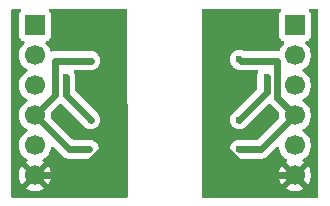
<source format=gbr>
%TF.GenerationSoftware,KiCad,Pcbnew,9.0.6-9.0.6~ubuntu22.04.1*%
%TF.CreationDate,2026-02-12T12:00:21+09:00*%
%TF.ProjectId,usb_typec_serial_insulation_adum1412,7573625f-7479-4706-9563-5f7365726961,V1.0*%
%TF.SameCoordinates,Original*%
%TF.FileFunction,Copper,L2,Bot*%
%TF.FilePolarity,Positive*%
%FSLAX46Y46*%
G04 Gerber Fmt 4.6, Leading zero omitted, Abs format (unit mm)*
G04 Created by KiCad (PCBNEW 9.0.6-9.0.6~ubuntu22.04.1) date 2026-02-12 12:00:21*
%MOMM*%
%LPD*%
G01*
G04 APERTURE LIST*
%TA.AperFunction,ComponentPad*%
%ADD10R,1.700000X1.700000*%
%TD*%
%TA.AperFunction,ComponentPad*%
%ADD11C,1.700000*%
%TD*%
%TA.AperFunction,ViaPad*%
%ADD12C,0.600000*%
%TD*%
%TA.AperFunction,Conductor*%
%ADD13C,0.600000*%
%TD*%
G04 APERTURE END LIST*
D10*
%TO.P,J2,1,Pin_1*%
%TO.N,Net-(J2-Pin_1)*%
X130500000Y-90920000D03*
D11*
%TO.P,J2,2,Pin_2*%
%TO.N,Net-(J2-Pin_2)*%
X130500000Y-93460000D03*
%TO.P,J2,3,Pin_3*%
%TO.N,Net-(J2-Pin_3)*%
X130500000Y-96000000D03*
%TO.P,J2,4,Pin_4*%
%TO.N,VCC2*%
X130500000Y-98540000D03*
%TO.P,J2,5,Pin_5*%
%TO.N,Net-(J2-Pin_5)*%
X130500000Y-101080000D03*
%TO.P,J2,6,Pin_6*%
%TO.N,GND2*%
X130500000Y-103620000D03*
%TD*%
D10*
%TO.P,J1,1,Pin_1*%
%TO.N,Net-(J1-Pin_1)*%
X152500000Y-90920000D03*
D11*
%TO.P,J1,2,Pin_2*%
%TO.N,Net-(J1-Pin_2)*%
X152500000Y-93460000D03*
%TO.P,J1,3,Pin_3*%
%TO.N,Net-(J1-Pin_3)*%
X152500000Y-96000000D03*
%TO.P,J1,4,Pin_4*%
%TO.N,VCC1*%
X152500000Y-98540000D03*
%TO.P,J1,5,Pin_5*%
%TO.N,Net-(J1-Pin_5)*%
X152500000Y-101080000D03*
%TO.P,J1,6,Pin_6*%
%TO.N,GND1*%
X152500000Y-103620000D03*
%TD*%
D12*
%TO.N,GND1*%
X146200000Y-91600000D03*
%TO.N,GND2*%
X136800000Y-91600000D03*
%TO.N,Net-(J2-Pin_2)*%
X135200000Y-98900000D03*
X133100000Y-95300000D03*
%TO.N,Net-(J1-Pin_2)*%
X147800000Y-98900000D03*
X150100000Y-95300000D03*
%TO.N,VCC1*%
X147800000Y-93800000D03*
%TO.N,VCC2*%
X135200000Y-93900000D03*
X135100000Y-101400000D03*
%TO.N,VCC1*%
X147800000Y-101400000D03*
%TD*%
D13*
%TO.N,GND1*%
X146200000Y-100932785D02*
X146200000Y-91600000D01*
X148887215Y-103620000D02*
X146200000Y-100932785D01*
X152500000Y-103620000D02*
X148887215Y-103620000D01*
%TO.N,GND2*%
X136800000Y-100832785D02*
X136800000Y-91600000D01*
X134012785Y-103620000D02*
X136800000Y-100832785D01*
X130500000Y-103620000D02*
X134012785Y-103620000D01*
%TO.N,Net-(J2-Pin_2)*%
X133100000Y-96800000D02*
X135200000Y-98900000D01*
X133100000Y-95300000D02*
X133100000Y-96800000D01*
%TO.N,Net-(J1-Pin_2)*%
X150100000Y-96600000D02*
X147800000Y-98900000D01*
X150100000Y-95300000D02*
X150100000Y-96600000D01*
%TO.N,VCC1*%
X147900000Y-93900000D02*
X147800000Y-93800000D01*
X151000000Y-93900000D02*
X147900000Y-93900000D01*
X152500000Y-98540000D02*
X151000000Y-97040000D01*
X151000000Y-97040000D02*
X151000000Y-93900000D01*
%TO.N,VCC2*%
X132200000Y-93900000D02*
X135200000Y-93900000D01*
X130500000Y-98540000D02*
X132200000Y-96840000D01*
X132200000Y-96840000D02*
X132200000Y-93900000D01*
X135100000Y-101400000D02*
X133360000Y-101400000D01*
X133360000Y-101400000D02*
X130500000Y-98540000D01*
%TO.N,VCC1*%
X147800000Y-101400000D02*
X149640000Y-101400000D01*
X149640000Y-101400000D02*
X152500000Y-98540000D01*
%TD*%
%TA.AperFunction,Conductor*%
%TO.N,GND2*%
G36*
X129272085Y-89520185D02*
G01*
X129317840Y-89572989D01*
X129327784Y-89642147D01*
X129298759Y-89705703D01*
X129292727Y-89712181D01*
X129292452Y-89712455D01*
X129206206Y-89827664D01*
X129206202Y-89827671D01*
X129155908Y-89962517D01*
X129149501Y-90022116D01*
X129149501Y-90022123D01*
X129149500Y-90022135D01*
X129149500Y-91817870D01*
X129149501Y-91817876D01*
X129155908Y-91877483D01*
X129206202Y-92012328D01*
X129206206Y-92012335D01*
X129292452Y-92127544D01*
X129292455Y-92127547D01*
X129407664Y-92213793D01*
X129407671Y-92213797D01*
X129539082Y-92262810D01*
X129595016Y-92304681D01*
X129619433Y-92370145D01*
X129604582Y-92438418D01*
X129583431Y-92466673D01*
X129469889Y-92580215D01*
X129344951Y-92752179D01*
X129248444Y-92941585D01*
X129182753Y-93143760D01*
X129161458Y-93278211D01*
X129149500Y-93353713D01*
X129149500Y-93566287D01*
X129182754Y-93776243D01*
X129197346Y-93821153D01*
X129248444Y-93978414D01*
X129344951Y-94167820D01*
X129469890Y-94339786D01*
X129620213Y-94490109D01*
X129792182Y-94615050D01*
X129800946Y-94619516D01*
X129851742Y-94667491D01*
X129868536Y-94735312D01*
X129845998Y-94801447D01*
X129800946Y-94840484D01*
X129792182Y-94844949D01*
X129620213Y-94969890D01*
X129469890Y-95120213D01*
X129344951Y-95292179D01*
X129248444Y-95481585D01*
X129182753Y-95683760D01*
X129149500Y-95893713D01*
X129149500Y-96106287D01*
X129182754Y-96316243D01*
X129232200Y-96468422D01*
X129248444Y-96518414D01*
X129344951Y-96707820D01*
X129469890Y-96879786D01*
X129620213Y-97030109D01*
X129792182Y-97155050D01*
X129800946Y-97159516D01*
X129851742Y-97207491D01*
X129868536Y-97275312D01*
X129845998Y-97341447D01*
X129800946Y-97380484D01*
X129792182Y-97384949D01*
X129620213Y-97509890D01*
X129469890Y-97660213D01*
X129344951Y-97832179D01*
X129248444Y-98021585D01*
X129182753Y-98223760D01*
X129149500Y-98433713D01*
X129149500Y-98646286D01*
X129177196Y-98821155D01*
X129182754Y-98856243D01*
X129222590Y-98978846D01*
X129248444Y-99058414D01*
X129344951Y-99247820D01*
X129469890Y-99419786D01*
X129620213Y-99570109D01*
X129792182Y-99695050D01*
X129800946Y-99699516D01*
X129851742Y-99747491D01*
X129868536Y-99815312D01*
X129845998Y-99881447D01*
X129800946Y-99920484D01*
X129792182Y-99924949D01*
X129620213Y-100049890D01*
X129469890Y-100200213D01*
X129344951Y-100372179D01*
X129248444Y-100561585D01*
X129182753Y-100763760D01*
X129149500Y-100973713D01*
X129149500Y-101186286D01*
X129182753Y-101396239D01*
X129182753Y-101396241D01*
X129182754Y-101396243D01*
X129209593Y-101478846D01*
X129248444Y-101598414D01*
X129344951Y-101787820D01*
X129469890Y-101959786D01*
X129620213Y-102110109D01*
X129792179Y-102235048D01*
X129792181Y-102235049D01*
X129792184Y-102235051D01*
X129801493Y-102239794D01*
X129852290Y-102287766D01*
X129869087Y-102355587D01*
X129846552Y-102421722D01*
X129801505Y-102460760D01*
X129792446Y-102465376D01*
X129792440Y-102465380D01*
X129738282Y-102504727D01*
X129738282Y-102504728D01*
X130370591Y-103137037D01*
X130307007Y-103154075D01*
X130192993Y-103219901D01*
X130099901Y-103312993D01*
X130034075Y-103427007D01*
X130017037Y-103490591D01*
X129384728Y-102858282D01*
X129384727Y-102858282D01*
X129345380Y-102912439D01*
X129248904Y-103101782D01*
X129183242Y-103303869D01*
X129183242Y-103303872D01*
X129150000Y-103513753D01*
X129150000Y-103726246D01*
X129183242Y-103936127D01*
X129183242Y-103936130D01*
X129248904Y-104138217D01*
X129345375Y-104327550D01*
X129384728Y-104381716D01*
X130017037Y-103749408D01*
X130034075Y-103812993D01*
X130099901Y-103927007D01*
X130192993Y-104020099D01*
X130307007Y-104085925D01*
X130370590Y-104102962D01*
X129738282Y-104735269D01*
X129738282Y-104735270D01*
X129792449Y-104774624D01*
X129981782Y-104871095D01*
X130183870Y-104936757D01*
X130393754Y-104970000D01*
X130606246Y-104970000D01*
X130816127Y-104936757D01*
X130816130Y-104936757D01*
X131018217Y-104871095D01*
X131207554Y-104774622D01*
X131261716Y-104735270D01*
X131261717Y-104735270D01*
X130629408Y-104102962D01*
X130692993Y-104085925D01*
X130807007Y-104020099D01*
X130900099Y-103927007D01*
X130965925Y-103812993D01*
X130982962Y-103749408D01*
X131615270Y-104381717D01*
X131615270Y-104381716D01*
X131654622Y-104327554D01*
X131751095Y-104138217D01*
X131816757Y-103936130D01*
X131816757Y-103936127D01*
X131850000Y-103726246D01*
X131850000Y-103513753D01*
X131816757Y-103303872D01*
X131816757Y-103303869D01*
X131751095Y-103101782D01*
X131654624Y-102912449D01*
X131615270Y-102858282D01*
X131615269Y-102858282D01*
X130982962Y-103490590D01*
X130965925Y-103427007D01*
X130900099Y-103312993D01*
X130807007Y-103219901D01*
X130692993Y-103154075D01*
X130629409Y-103137037D01*
X131261716Y-102504728D01*
X131207547Y-102465373D01*
X131207547Y-102465372D01*
X131198500Y-102460763D01*
X131147706Y-102412788D01*
X131130912Y-102344966D01*
X131153451Y-102278832D01*
X131198508Y-102239793D01*
X131207816Y-102235051D01*
X131297716Y-102169735D01*
X131379786Y-102110109D01*
X131379788Y-102110106D01*
X131379792Y-102110104D01*
X131530104Y-101959792D01*
X131530106Y-101959788D01*
X131530109Y-101959786D01*
X131655048Y-101787820D01*
X131655047Y-101787820D01*
X131655051Y-101787816D01*
X131751557Y-101598412D01*
X131817246Y-101396243D01*
X131834813Y-101285326D01*
X131864742Y-101222194D01*
X131924053Y-101185262D01*
X131993916Y-101186260D01*
X132044967Y-101217045D01*
X132849707Y-102021786D01*
X132849711Y-102021789D01*
X132980814Y-102109390D01*
X132980827Y-102109397D01*
X133126498Y-102169735D01*
X133126503Y-102169737D01*
X133281153Y-102200499D01*
X133281156Y-102200500D01*
X133281158Y-102200500D01*
X135178844Y-102200500D01*
X135178845Y-102200499D01*
X135333497Y-102169737D01*
X135479179Y-102109394D01*
X135610289Y-102021789D01*
X135721789Y-101910289D01*
X135809394Y-101779179D01*
X135869737Y-101633497D01*
X135900500Y-101478842D01*
X135900500Y-101321158D01*
X135900500Y-101321155D01*
X135900499Y-101321153D01*
X135893373Y-101285328D01*
X135869737Y-101166503D01*
X135810122Y-101022578D01*
X135809397Y-101020827D01*
X135809390Y-101020814D01*
X135721789Y-100889711D01*
X135721786Y-100889707D01*
X135610292Y-100778213D01*
X135610288Y-100778210D01*
X135479185Y-100690609D01*
X135479172Y-100690602D01*
X135333501Y-100630264D01*
X135333489Y-100630261D01*
X135178845Y-100599500D01*
X135178842Y-100599500D01*
X133742940Y-100599500D01*
X133675901Y-100579815D01*
X133655259Y-100563181D01*
X131879843Y-98787765D01*
X131846358Y-98726442D01*
X131845051Y-98680687D01*
X131850500Y-98646287D01*
X131850500Y-98433713D01*
X131845051Y-98399312D01*
X131854005Y-98330020D01*
X131879840Y-98292236D01*
X132582322Y-97589755D01*
X132643641Y-97556273D01*
X132713333Y-97561257D01*
X132757680Y-97589758D01*
X134578211Y-99410289D01*
X134689711Y-99521789D01*
X134820821Y-99609394D01*
X134923833Y-99652062D01*
X134966502Y-99669737D01*
X135093758Y-99695050D01*
X135121152Y-99700499D01*
X135121155Y-99700500D01*
X135121157Y-99700500D01*
X135278844Y-99700500D01*
X135278845Y-99700499D01*
X135433497Y-99669737D01*
X135579179Y-99609394D01*
X135710289Y-99521789D01*
X135821789Y-99410289D01*
X135909394Y-99279179D01*
X135969737Y-99133497D01*
X136000500Y-98978842D01*
X136000500Y-98821158D01*
X136000500Y-98821155D01*
X136000499Y-98821153D01*
X135969738Y-98666509D01*
X135969737Y-98666503D01*
X135961363Y-98646287D01*
X135938824Y-98591873D01*
X135909394Y-98520821D01*
X135821789Y-98389711D01*
X135710289Y-98278211D01*
X133936819Y-96504741D01*
X133903334Y-96443418D01*
X133900500Y-96417060D01*
X133900500Y-95221155D01*
X133900499Y-95221153D01*
X133869737Y-95066503D01*
X133837885Y-94989604D01*
X133809397Y-94920827D01*
X133809389Y-94920812D01*
X133791067Y-94893392D01*
X133770188Y-94826715D01*
X133788672Y-94759334D01*
X133840650Y-94712644D01*
X133894168Y-94700500D01*
X135278844Y-94700500D01*
X135278845Y-94700499D01*
X135433497Y-94669737D01*
X135579179Y-94609394D01*
X135710289Y-94521789D01*
X135821789Y-94410289D01*
X135909394Y-94279179D01*
X135969737Y-94133497D01*
X136000500Y-93978842D01*
X136000500Y-93821158D01*
X136000500Y-93821155D01*
X136000499Y-93821153D01*
X135969738Y-93666510D01*
X135969737Y-93666503D01*
X135969735Y-93666498D01*
X135909397Y-93520827D01*
X135909390Y-93520814D01*
X135821789Y-93389711D01*
X135821786Y-93389707D01*
X135710292Y-93278213D01*
X135710288Y-93278210D01*
X135579185Y-93190609D01*
X135579172Y-93190602D01*
X135433501Y-93130264D01*
X135433489Y-93130261D01*
X135278845Y-93099500D01*
X135278842Y-93099500D01*
X132278842Y-93099500D01*
X132121158Y-93099500D01*
X132121155Y-93099500D01*
X131966511Y-93130260D01*
X131966502Y-93130263D01*
X131955013Y-93135022D01*
X131885543Y-93142488D01*
X131823065Y-93111210D01*
X131789634Y-93058777D01*
X131751557Y-92941588D01*
X131655051Y-92752184D01*
X131655049Y-92752181D01*
X131655048Y-92752179D01*
X131530109Y-92580213D01*
X131416569Y-92466673D01*
X131383084Y-92405350D01*
X131388068Y-92335658D01*
X131429940Y-92279725D01*
X131460915Y-92262810D01*
X131592331Y-92213796D01*
X131707546Y-92127546D01*
X131793796Y-92012331D01*
X131844091Y-91877483D01*
X131850500Y-91817873D01*
X131850499Y-90022128D01*
X131844091Y-89962517D01*
X131793796Y-89827669D01*
X131793795Y-89827668D01*
X131793793Y-89827664D01*
X131707547Y-89712455D01*
X131707273Y-89712181D01*
X131707087Y-89711840D01*
X131702232Y-89705355D01*
X131703164Y-89704656D01*
X131673788Y-89650858D01*
X131678772Y-89581166D01*
X131720644Y-89525233D01*
X131786108Y-89500816D01*
X131794954Y-89500500D01*
X138179671Y-89500500D01*
X138246710Y-89520185D01*
X138292465Y-89572989D01*
X138303669Y-89623771D01*
X138396322Y-105374771D01*
X138377032Y-105441925D01*
X138324498Y-105487989D01*
X138272324Y-105499500D01*
X128624500Y-105499500D01*
X128557461Y-105479815D01*
X128511706Y-105427011D01*
X128500500Y-105375500D01*
X128500500Y-89624500D01*
X128520185Y-89557461D01*
X128572989Y-89511706D01*
X128624500Y-89500500D01*
X129205046Y-89500500D01*
X129272085Y-89520185D01*
G37*
%TD.AperFunction*%
%TD*%
%TA.AperFunction,Conductor*%
%TO.N,GND1*%
G36*
X151272085Y-89520185D02*
G01*
X151317840Y-89572989D01*
X151327784Y-89642147D01*
X151298759Y-89705703D01*
X151292727Y-89712181D01*
X151292452Y-89712455D01*
X151206206Y-89827664D01*
X151206202Y-89827671D01*
X151155908Y-89962517D01*
X151149501Y-90022116D01*
X151149501Y-90022123D01*
X151149500Y-90022135D01*
X151149500Y-91817870D01*
X151149501Y-91817876D01*
X151155908Y-91877483D01*
X151206202Y-92012328D01*
X151206206Y-92012335D01*
X151292452Y-92127544D01*
X151292455Y-92127547D01*
X151407664Y-92213793D01*
X151407671Y-92213797D01*
X151539082Y-92262810D01*
X151595016Y-92304681D01*
X151619433Y-92370145D01*
X151604582Y-92438418D01*
X151583431Y-92466673D01*
X151469889Y-92580215D01*
X151344951Y-92752179D01*
X151248444Y-92941583D01*
X151224003Y-93016806D01*
X151184565Y-93074481D01*
X151120206Y-93101679D01*
X151081881Y-93100104D01*
X151078845Y-93099500D01*
X151078842Y-93099500D01*
X148225316Y-93099500D01*
X148177864Y-93090061D01*
X148033501Y-93030264D01*
X148033489Y-93030261D01*
X147878845Y-92999500D01*
X147878842Y-92999500D01*
X147721158Y-92999500D01*
X147721155Y-92999500D01*
X147566510Y-93030261D01*
X147566498Y-93030264D01*
X147420827Y-93090602D01*
X147420814Y-93090609D01*
X147289711Y-93178210D01*
X147289707Y-93178213D01*
X147178213Y-93289707D01*
X147178210Y-93289711D01*
X147090609Y-93420814D01*
X147090602Y-93420827D01*
X147030264Y-93566498D01*
X147030261Y-93566510D01*
X146999500Y-93721153D01*
X146999500Y-93878846D01*
X147030261Y-94033489D01*
X147030264Y-94033501D01*
X147090602Y-94179172D01*
X147090609Y-94179185D01*
X147178209Y-94310287D01*
X147178210Y-94310288D01*
X147178211Y-94310289D01*
X147278211Y-94410289D01*
X147358026Y-94490104D01*
X147389712Y-94521790D01*
X147520814Y-94609390D01*
X147520827Y-94609397D01*
X147617645Y-94649500D01*
X147617646Y-94649500D01*
X147666502Y-94669737D01*
X147821152Y-94700499D01*
X147821155Y-94700500D01*
X147821157Y-94700500D01*
X147821158Y-94700500D01*
X149305832Y-94700500D01*
X149372871Y-94720185D01*
X149418626Y-94772989D01*
X149428570Y-94842147D01*
X149408933Y-94893392D01*
X149390610Y-94920812D01*
X149390602Y-94920827D01*
X149330264Y-95066498D01*
X149330261Y-95066510D01*
X149299500Y-95221153D01*
X149299500Y-96217059D01*
X149279815Y-96284098D01*
X149263181Y-96304740D01*
X147178213Y-98389707D01*
X147178210Y-98389711D01*
X147090609Y-98520814D01*
X147090602Y-98520827D01*
X147030264Y-98666498D01*
X147030261Y-98666510D01*
X146999500Y-98821153D01*
X146999500Y-98978846D01*
X147030261Y-99133489D01*
X147030264Y-99133501D01*
X147090602Y-99279172D01*
X147090609Y-99279185D01*
X147178210Y-99410288D01*
X147178213Y-99410292D01*
X147289707Y-99521786D01*
X147289711Y-99521789D01*
X147420814Y-99609390D01*
X147420827Y-99609397D01*
X147566498Y-99669735D01*
X147566503Y-99669737D01*
X147716201Y-99699514D01*
X147721153Y-99700499D01*
X147721156Y-99700500D01*
X147721158Y-99700500D01*
X147878844Y-99700500D01*
X147878845Y-99700499D01*
X148033497Y-99669737D01*
X148179179Y-99609394D01*
X148310289Y-99521789D01*
X150242318Y-97589758D01*
X150303641Y-97556274D01*
X150373332Y-97561258D01*
X150417680Y-97589759D01*
X151120155Y-98292233D01*
X151153640Y-98353556D01*
X151154948Y-98399310D01*
X151149500Y-98433711D01*
X151149500Y-98646287D01*
X151149499Y-98646287D01*
X151154948Y-98680686D01*
X151145993Y-98749979D01*
X151120156Y-98787764D01*
X149344741Y-100563181D01*
X149283418Y-100596666D01*
X149257060Y-100599500D01*
X147721155Y-100599500D01*
X147566510Y-100630261D01*
X147566498Y-100630264D01*
X147420827Y-100690602D01*
X147420814Y-100690609D01*
X147289711Y-100778210D01*
X147289707Y-100778213D01*
X147178213Y-100889707D01*
X147178210Y-100889711D01*
X147090609Y-101020814D01*
X147090602Y-101020827D01*
X147030264Y-101166498D01*
X147030261Y-101166510D01*
X146999500Y-101321153D01*
X146999500Y-101478846D01*
X147030261Y-101633489D01*
X147030264Y-101633501D01*
X147090602Y-101779172D01*
X147090609Y-101779185D01*
X147178210Y-101910288D01*
X147178213Y-101910292D01*
X147289707Y-102021786D01*
X147289711Y-102021789D01*
X147420814Y-102109390D01*
X147420827Y-102109397D01*
X147566498Y-102169735D01*
X147566503Y-102169737D01*
X147721153Y-102200499D01*
X147721156Y-102200500D01*
X147721158Y-102200500D01*
X149718844Y-102200500D01*
X149718845Y-102200499D01*
X149873497Y-102169737D01*
X150019179Y-102109394D01*
X150150289Y-102021789D01*
X150955034Y-101217043D01*
X151016355Y-101183560D01*
X151086046Y-101188544D01*
X151141980Y-101230415D01*
X151165186Y-101285327D01*
X151182753Y-101396240D01*
X151182754Y-101396243D01*
X151209593Y-101478846D01*
X151248444Y-101598414D01*
X151344951Y-101787820D01*
X151469890Y-101959786D01*
X151620213Y-102110109D01*
X151792179Y-102235048D01*
X151792181Y-102235049D01*
X151792184Y-102235051D01*
X151801493Y-102239794D01*
X151852290Y-102287766D01*
X151869087Y-102355587D01*
X151846552Y-102421722D01*
X151801505Y-102460760D01*
X151792446Y-102465376D01*
X151792440Y-102465380D01*
X151738282Y-102504727D01*
X151738282Y-102504728D01*
X152370591Y-103137037D01*
X152307007Y-103154075D01*
X152192993Y-103219901D01*
X152099901Y-103312993D01*
X152034075Y-103427007D01*
X152017037Y-103490591D01*
X151384728Y-102858282D01*
X151384727Y-102858282D01*
X151345380Y-102912439D01*
X151248904Y-103101782D01*
X151183242Y-103303869D01*
X151183242Y-103303872D01*
X151150000Y-103513753D01*
X151150000Y-103726246D01*
X151183242Y-103936127D01*
X151183242Y-103936130D01*
X151248904Y-104138217D01*
X151345375Y-104327550D01*
X151384728Y-104381716D01*
X152017037Y-103749408D01*
X152034075Y-103812993D01*
X152099901Y-103927007D01*
X152192993Y-104020099D01*
X152307007Y-104085925D01*
X152370590Y-104102962D01*
X151738282Y-104735269D01*
X151738282Y-104735270D01*
X151792449Y-104774624D01*
X151981782Y-104871095D01*
X152183870Y-104936757D01*
X152393754Y-104970000D01*
X152606246Y-104970000D01*
X152816127Y-104936757D01*
X152816130Y-104936757D01*
X153018217Y-104871095D01*
X153207554Y-104774622D01*
X153261716Y-104735270D01*
X153261717Y-104735270D01*
X152629408Y-104102962D01*
X152692993Y-104085925D01*
X152807007Y-104020099D01*
X152900099Y-103927007D01*
X152965925Y-103812993D01*
X152982962Y-103749409D01*
X153615270Y-104381717D01*
X153615270Y-104381716D01*
X153654622Y-104327554D01*
X153751095Y-104138217D01*
X153816757Y-103936130D01*
X153816757Y-103936127D01*
X153850000Y-103726246D01*
X153850000Y-103513753D01*
X153816757Y-103303872D01*
X153816757Y-103303869D01*
X153751095Y-103101782D01*
X153654624Y-102912449D01*
X153615270Y-102858282D01*
X153615269Y-102858282D01*
X152982962Y-103490590D01*
X152965925Y-103427007D01*
X152900099Y-103312993D01*
X152807007Y-103219901D01*
X152692993Y-103154075D01*
X152629409Y-103137037D01*
X153261716Y-102504728D01*
X153207547Y-102465373D01*
X153207547Y-102465372D01*
X153198500Y-102460763D01*
X153147706Y-102412788D01*
X153130912Y-102344966D01*
X153153451Y-102278832D01*
X153198508Y-102239793D01*
X153207816Y-102235051D01*
X153297716Y-102169735D01*
X153379786Y-102110109D01*
X153379788Y-102110106D01*
X153379792Y-102110104D01*
X153530104Y-101959792D01*
X153530106Y-101959788D01*
X153530109Y-101959786D01*
X153655048Y-101787820D01*
X153655047Y-101787820D01*
X153655051Y-101787816D01*
X153751557Y-101598412D01*
X153817246Y-101396243D01*
X153850500Y-101186287D01*
X153850500Y-100973713D01*
X153817246Y-100763757D01*
X153751557Y-100561588D01*
X153655051Y-100372184D01*
X153655049Y-100372181D01*
X153655048Y-100372179D01*
X153530109Y-100200213D01*
X153379786Y-100049890D01*
X153207820Y-99924951D01*
X153207115Y-99924591D01*
X153199054Y-99920485D01*
X153148259Y-99872512D01*
X153131463Y-99804692D01*
X153153999Y-99738556D01*
X153199054Y-99699515D01*
X153207816Y-99695051D01*
X153242661Y-99669735D01*
X153379786Y-99570109D01*
X153379788Y-99570106D01*
X153379792Y-99570104D01*
X153530104Y-99419792D01*
X153530106Y-99419788D01*
X153530109Y-99419786D01*
X153655048Y-99247820D01*
X153655047Y-99247820D01*
X153655051Y-99247816D01*
X153751557Y-99058412D01*
X153817246Y-98856243D01*
X153850500Y-98646287D01*
X153850500Y-98433713D01*
X153817246Y-98223757D01*
X153751557Y-98021588D01*
X153655051Y-97832184D01*
X153655049Y-97832181D01*
X153655048Y-97832179D01*
X153530109Y-97660213D01*
X153379786Y-97509890D01*
X153207820Y-97384951D01*
X153207115Y-97384591D01*
X153199054Y-97380485D01*
X153148259Y-97332512D01*
X153131463Y-97264692D01*
X153153999Y-97198556D01*
X153199054Y-97159515D01*
X153207816Y-97155051D01*
X153229789Y-97139086D01*
X153379786Y-97030109D01*
X153379788Y-97030106D01*
X153379792Y-97030104D01*
X153530104Y-96879792D01*
X153530106Y-96879788D01*
X153530109Y-96879786D01*
X153655048Y-96707820D01*
X153655047Y-96707820D01*
X153655051Y-96707816D01*
X153751557Y-96518412D01*
X153817246Y-96316243D01*
X153850500Y-96106287D01*
X153850500Y-95893713D01*
X153817246Y-95683757D01*
X153751557Y-95481588D01*
X153655051Y-95292184D01*
X153655049Y-95292181D01*
X153655048Y-95292179D01*
X153530109Y-95120213D01*
X153379786Y-94969890D01*
X153207820Y-94844951D01*
X153207115Y-94844591D01*
X153199054Y-94840485D01*
X153148259Y-94792512D01*
X153131463Y-94724692D01*
X153153999Y-94658556D01*
X153199054Y-94619515D01*
X153207816Y-94615051D01*
X153336180Y-94521790D01*
X153379786Y-94490109D01*
X153379788Y-94490106D01*
X153379792Y-94490104D01*
X153530104Y-94339792D01*
X153530106Y-94339788D01*
X153530109Y-94339786D01*
X153655048Y-94167820D01*
X153655047Y-94167820D01*
X153655051Y-94167816D01*
X153751557Y-93978412D01*
X153817246Y-93776243D01*
X153850500Y-93566287D01*
X153850500Y-93353713D01*
X153817246Y-93143757D01*
X153751557Y-92941588D01*
X153655051Y-92752184D01*
X153655049Y-92752181D01*
X153655048Y-92752179D01*
X153530109Y-92580213D01*
X153416569Y-92466673D01*
X153383084Y-92405350D01*
X153388068Y-92335658D01*
X153429940Y-92279725D01*
X153460915Y-92262810D01*
X153592331Y-92213796D01*
X153707546Y-92127546D01*
X153793796Y-92012331D01*
X153844091Y-91877483D01*
X153850500Y-91817873D01*
X153850499Y-90022128D01*
X153844091Y-89962517D01*
X153793796Y-89827669D01*
X153793795Y-89827668D01*
X153793793Y-89827664D01*
X153707547Y-89712455D01*
X153707273Y-89712181D01*
X153707087Y-89711840D01*
X153702232Y-89705355D01*
X153703164Y-89704656D01*
X153673788Y-89650858D01*
X153678772Y-89581166D01*
X153720644Y-89525233D01*
X153786108Y-89500816D01*
X153794954Y-89500500D01*
X154375500Y-89500500D01*
X154442539Y-89520185D01*
X154488294Y-89572989D01*
X154499500Y-89624500D01*
X154499500Y-105375500D01*
X154479815Y-105442539D01*
X154427011Y-105488294D01*
X154375500Y-105499500D01*
X144724000Y-105499500D01*
X144656961Y-105479815D01*
X144611206Y-105427011D01*
X144600000Y-105375500D01*
X144600000Y-89624500D01*
X144619685Y-89557461D01*
X144672489Y-89511706D01*
X144724000Y-89500500D01*
X151205046Y-89500500D01*
X151272085Y-89520185D01*
G37*
%TD.AperFunction*%
%TD*%
M02*

</source>
